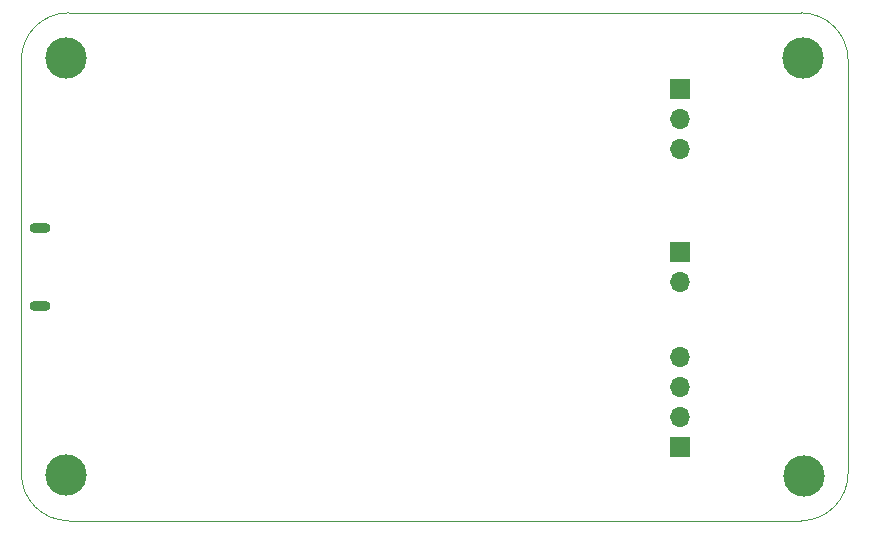
<source format=gbs>
G04 #@! TF.GenerationSoftware,KiCad,Pcbnew,(6.0.0-rc1-318-g91359c047d)*
G04 #@! TF.CreationDate,2022-02-27T09:20:33+02:00*
G04 #@! TF.ProjectId,ControlUnitRP2040,436f6e74-726f-46c5-956e-697452503230,rev?*
G04 #@! TF.SameCoordinates,Original*
G04 #@! TF.FileFunction,Soldermask,Bot*
G04 #@! TF.FilePolarity,Negative*
%FSLAX46Y46*%
G04 Gerber Fmt 4.6, Leading zero omitted, Abs format (unit mm)*
G04 Created by KiCad (PCBNEW (6.0.0-rc1-318-g91359c047d)) date 2022-02-27 09:20:33*
%MOMM*%
%LPD*%
G01*
G04 APERTURE LIST*
G04 #@! TA.AperFunction,Profile*
%ADD10C,0.100000*%
G04 #@! TD*
%ADD11C,3.500000*%
%ADD12R,1.700000X1.700000*%
%ADD13O,1.700000X1.700000*%
%ADD14C,0.500000*%
%ADD15O,1.800000X0.900000*%
G04 APERTURE END LIST*
D10*
X110000001Y-71000001D02*
X172000000Y-71000000D01*
X106000001Y-109999999D02*
X106000001Y-75000001D01*
X171999999Y-113999999D02*
X110000001Y-113999999D01*
X176000000Y-75000000D02*
X175999999Y-109999999D01*
X176000000Y-75000000D02*
G75*
G03*
X172000000Y-71000000I-4000000J0D01*
G01*
X110000001Y-71000001D02*
G75*
G03*
X106000001Y-75000001I0J-4000000D01*
G01*
X106000001Y-109999999D02*
G75*
G03*
X110000001Y-113999999I4000000J0D01*
G01*
X171999999Y-113999999D02*
G75*
G03*
X175999999Y-109999999I0J4000000D01*
G01*
D11*
X109800000Y-110100000D03*
X109800000Y-74800000D03*
X172200000Y-74800000D03*
X172250000Y-110250000D03*
D12*
X161800000Y-107800000D03*
D13*
X161800000Y-105260000D03*
X161800000Y-102720000D03*
X161800000Y-100180000D03*
D12*
X161750000Y-91225000D03*
D13*
X161750000Y-93765000D03*
D14*
X107600000Y-95800000D03*
X107600000Y-89200000D03*
D15*
X107600000Y-89200000D03*
X107600000Y-95800000D03*
D12*
X161750000Y-77475000D03*
D13*
X161750000Y-80015000D03*
X161750000Y-82555000D03*
M02*

</source>
